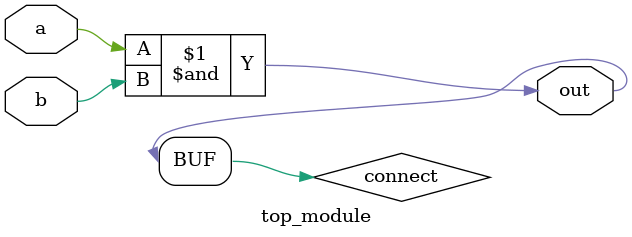
<source format=v>
module top_module( 
    input a, 
    input b, 
    output out );
wire connect;
and(connect,a,b);
assign out = connect;        
endmodule

</source>
